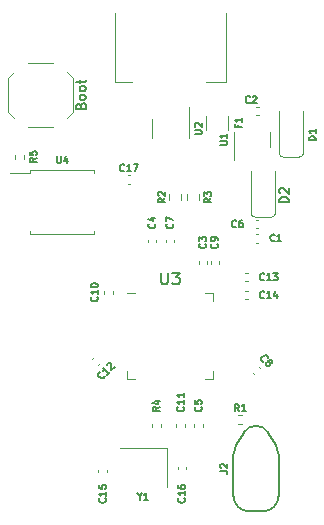
<source format=gto>
G04 #@! TF.GenerationSoftware,KiCad,Pcbnew,(6.0.7)*
G04 #@! TF.CreationDate,2023-01-25T00:46:19-06:00*
G04 #@! TF.ProjectId,OpenRectangle,4f70656e-5265-4637-9461-6e676c652e6b,rev?*
G04 #@! TF.SameCoordinates,Original*
G04 #@! TF.FileFunction,Legend,Top*
G04 #@! TF.FilePolarity,Positive*
%FSLAX46Y46*%
G04 Gerber Fmt 4.6, Leading zero omitted, Abs format (unit mm)*
G04 Created by KiCad (PCBNEW (6.0.7)) date 2023-01-25 00:46:19*
%MOMM*%
%LPD*%
G01*
G04 APERTURE LIST*
%ADD10C,0.150000*%
%ADD11C,0.120000*%
%ADD12C,0.200000*%
G04 APERTURE END LIST*
D10*
G04 #@! TO.C,SW41*
X191022857Y-35385238D02*
X191060952Y-35270952D01*
X191099047Y-35232857D01*
X191175238Y-35194761D01*
X191289523Y-35194761D01*
X191365714Y-35232857D01*
X191403809Y-35270952D01*
X191441904Y-35347142D01*
X191441904Y-35651904D01*
X190641904Y-35651904D01*
X190641904Y-35385238D01*
X190680000Y-35309047D01*
X190718095Y-35270952D01*
X190794285Y-35232857D01*
X190870476Y-35232857D01*
X190946666Y-35270952D01*
X190984761Y-35309047D01*
X191022857Y-35385238D01*
X191022857Y-35651904D01*
X191441904Y-34737619D02*
X191403809Y-34813809D01*
X191365714Y-34851904D01*
X191289523Y-34890000D01*
X191060952Y-34890000D01*
X190984761Y-34851904D01*
X190946666Y-34813809D01*
X190908571Y-34737619D01*
X190908571Y-34623333D01*
X190946666Y-34547142D01*
X190984761Y-34509047D01*
X191060952Y-34470952D01*
X191289523Y-34470952D01*
X191365714Y-34509047D01*
X191403809Y-34547142D01*
X191441904Y-34623333D01*
X191441904Y-34737619D01*
X191441904Y-34013809D02*
X191403809Y-34090000D01*
X191365714Y-34128095D01*
X191289523Y-34166190D01*
X191060952Y-34166190D01*
X190984761Y-34128095D01*
X190946666Y-34090000D01*
X190908571Y-34013809D01*
X190908571Y-33899523D01*
X190946666Y-33823333D01*
X190984761Y-33785238D01*
X191060952Y-33747142D01*
X191289523Y-33747142D01*
X191365714Y-33785238D01*
X191403809Y-33823333D01*
X191441904Y-33899523D01*
X191441904Y-34013809D01*
X190908571Y-33518571D02*
X190908571Y-33213809D01*
X190641904Y-33404285D02*
X191327619Y-33404285D01*
X191403809Y-33366190D01*
X191441904Y-33290000D01*
X191441904Y-33213809D01*
G04 #@! TO.C,C10*
X192399035Y-51581732D02*
X192427607Y-51610303D01*
X192456178Y-51696018D01*
X192456178Y-51753160D01*
X192427607Y-51838875D01*
X192370464Y-51896018D01*
X192313321Y-51924589D01*
X192199035Y-51953160D01*
X192113321Y-51953160D01*
X191999035Y-51924589D01*
X191941892Y-51896018D01*
X191884750Y-51838875D01*
X191856178Y-51753160D01*
X191856178Y-51696018D01*
X191884750Y-51610303D01*
X191913321Y-51581732D01*
X192456178Y-51010303D02*
X192456178Y-51353160D01*
X192456178Y-51181732D02*
X191856178Y-51181732D01*
X191941892Y-51238875D01*
X191999035Y-51296018D01*
X192027607Y-51353160D01*
X191856178Y-50638875D02*
X191856178Y-50581732D01*
X191884750Y-50524589D01*
X191913321Y-50496018D01*
X191970464Y-50467446D01*
X192084750Y-50438875D01*
X192227607Y-50438875D01*
X192341892Y-50467446D01*
X192399035Y-50496018D01*
X192427607Y-50524589D01*
X192456178Y-50581732D01*
X192456178Y-50638875D01*
X192427607Y-50696018D01*
X192399035Y-50724589D01*
X192341892Y-50753160D01*
X192227607Y-50781732D01*
X192084750Y-50781732D01*
X191970464Y-50753160D01*
X191913321Y-50724589D01*
X191884750Y-50696018D01*
X191856178Y-50638875D01*
G04 #@! TO.C,U1*
X202781428Y-38737142D02*
X203267142Y-38737142D01*
X203324285Y-38708571D01*
X203352857Y-38680000D01*
X203381428Y-38622857D01*
X203381428Y-38508571D01*
X203352857Y-38451428D01*
X203324285Y-38422857D01*
X203267142Y-38394285D01*
X202781428Y-38394285D01*
X203381428Y-37794285D02*
X203381428Y-38137142D01*
X203381428Y-37965714D02*
X202781428Y-37965714D01*
X202867142Y-38022857D01*
X202924285Y-38080000D01*
X202952857Y-38137142D01*
G04 #@! TO.C,C2*
X205340000Y-35114285D02*
X205311428Y-35142857D01*
X205225714Y-35171428D01*
X205168571Y-35171428D01*
X205082857Y-35142857D01*
X205025714Y-35085714D01*
X204997142Y-35028571D01*
X204968571Y-34914285D01*
X204968571Y-34828571D01*
X204997142Y-34714285D01*
X205025714Y-34657142D01*
X205082857Y-34600000D01*
X205168571Y-34571428D01*
X205225714Y-34571428D01*
X205311428Y-34600000D01*
X205340000Y-34628571D01*
X205568571Y-34628571D02*
X205597142Y-34600000D01*
X205654285Y-34571428D01*
X205797142Y-34571428D01*
X205854285Y-34600000D01*
X205882857Y-34628571D01*
X205911428Y-34685714D01*
X205911428Y-34742857D01*
X205882857Y-34828571D01*
X205540000Y-35171428D01*
X205911428Y-35171428D01*
G04 #@! TO.C,C8*
X206484010Y-57076461D02*
X206443604Y-57076461D01*
X206362792Y-57036055D01*
X206322386Y-56995648D01*
X206281979Y-56914836D01*
X206281979Y-56834024D01*
X206302182Y-56773415D01*
X206362792Y-56672400D01*
X206423401Y-56611791D01*
X206524416Y-56551181D01*
X206585025Y-56530978D01*
X206665837Y-56530978D01*
X206746650Y-56571384D01*
X206787056Y-56611791D01*
X206827462Y-56692603D01*
X206827462Y-56733009D01*
X206928477Y-57116867D02*
X206908274Y-57056258D01*
X206908274Y-57015852D01*
X206928477Y-56955242D01*
X206948680Y-56935039D01*
X207009289Y-56914836D01*
X207049695Y-56914836D01*
X207110305Y-56935039D01*
X207191117Y-57015852D01*
X207211320Y-57076461D01*
X207211320Y-57116867D01*
X207191117Y-57177476D01*
X207170914Y-57197679D01*
X207110305Y-57217882D01*
X207069898Y-57217882D01*
X207009289Y-57197679D01*
X206928477Y-57116867D01*
X206867868Y-57096664D01*
X206827462Y-57096664D01*
X206766853Y-57116867D01*
X206686040Y-57197679D01*
X206665837Y-57258288D01*
X206665837Y-57298694D01*
X206686040Y-57359303D01*
X206766853Y-57440116D01*
X206827462Y-57460319D01*
X206867868Y-57460319D01*
X206928477Y-57440116D01*
X207009289Y-57359303D01*
X207029492Y-57298694D01*
X207029492Y-57258288D01*
X207009289Y-57197679D01*
G04 #@! TO.C,Y1*
X196008285Y-68474964D02*
X196008285Y-68760678D01*
X195808285Y-68160678D02*
X196008285Y-68474964D01*
X196208285Y-68160678D01*
X196722571Y-68760678D02*
X196379714Y-68760678D01*
X196551142Y-68760678D02*
X196551142Y-68160678D01*
X196494000Y-68246392D01*
X196436857Y-68303535D01*
X196379714Y-68332107D01*
G04 #@! TO.C,C12*
X193027775Y-58282526D02*
X193027775Y-58322932D01*
X192987369Y-58403744D01*
X192946963Y-58444150D01*
X192866151Y-58484556D01*
X192785339Y-58484556D01*
X192724729Y-58464353D01*
X192623714Y-58403744D01*
X192563105Y-58343135D01*
X192502496Y-58242119D01*
X192482293Y-58181510D01*
X192482293Y-58100698D01*
X192522699Y-58019886D01*
X192563105Y-57979480D01*
X192643917Y-57939074D01*
X192684323Y-57939074D01*
X193472242Y-57918871D02*
X193229806Y-58161307D01*
X193351024Y-58040089D02*
X192926760Y-57615825D01*
X192946963Y-57716840D01*
X192946963Y-57797652D01*
X192926760Y-57858262D01*
X193250009Y-57373388D02*
X193250009Y-57332982D01*
X193270212Y-57272373D01*
X193371227Y-57171358D01*
X193431836Y-57151155D01*
X193472242Y-57151155D01*
X193532851Y-57171358D01*
X193573258Y-57211764D01*
X193613664Y-57292576D01*
X193613664Y-57777449D01*
X193876303Y-57514810D01*
G04 #@! TO.C,C16*
X199774285Y-68625714D02*
X199802857Y-68654285D01*
X199831428Y-68740000D01*
X199831428Y-68797142D01*
X199802857Y-68882857D01*
X199745714Y-68940000D01*
X199688571Y-68968571D01*
X199574285Y-68997142D01*
X199488571Y-68997142D01*
X199374285Y-68968571D01*
X199317142Y-68940000D01*
X199260000Y-68882857D01*
X199231428Y-68797142D01*
X199231428Y-68740000D01*
X199260000Y-68654285D01*
X199288571Y-68625714D01*
X199831428Y-68054285D02*
X199831428Y-68397142D01*
X199831428Y-68225714D02*
X199231428Y-68225714D01*
X199317142Y-68282857D01*
X199374285Y-68340000D01*
X199402857Y-68397142D01*
X199231428Y-67540000D02*
X199231428Y-67654285D01*
X199260000Y-67711428D01*
X199288571Y-67740000D01*
X199374285Y-67797142D01*
X199488571Y-67825714D01*
X199717142Y-67825714D01*
X199774285Y-67797142D01*
X199802857Y-67768571D01*
X199831428Y-67711428D01*
X199831428Y-67597142D01*
X199802857Y-67540000D01*
X199774285Y-67511428D01*
X199717142Y-67482857D01*
X199574285Y-67482857D01*
X199517142Y-67511428D01*
X199488571Y-67540000D01*
X199460000Y-67597142D01*
X199460000Y-67711428D01*
X199488571Y-67768571D01*
X199517142Y-67797142D01*
X199574285Y-67825714D01*
G04 #@! TO.C,F1*
X204327142Y-37040000D02*
X204327142Y-37240000D01*
X204641428Y-37240000D02*
X204041428Y-37240000D01*
X204041428Y-36954285D01*
X204641428Y-36411428D02*
X204641428Y-36754285D01*
X204641428Y-36582857D02*
X204041428Y-36582857D01*
X204127142Y-36640000D01*
X204184285Y-36697142D01*
X204212857Y-36754285D01*
G04 #@! TO.C,D1*
X210901428Y-38322857D02*
X210301428Y-38322857D01*
X210301428Y-38180000D01*
X210330000Y-38094285D01*
X210387142Y-38037142D01*
X210444285Y-38008571D01*
X210558571Y-37980000D01*
X210644285Y-37980000D01*
X210758571Y-38008571D01*
X210815714Y-38037142D01*
X210872857Y-38094285D01*
X210901428Y-38180000D01*
X210901428Y-38322857D01*
X210901428Y-37408571D02*
X210901428Y-37751428D01*
X210901428Y-37580000D02*
X210301428Y-37580000D01*
X210387142Y-37637142D01*
X210444285Y-37694285D01*
X210472857Y-37751428D01*
G04 #@! TO.C,C6*
X204190000Y-45639285D02*
X204161428Y-45667857D01*
X204075714Y-45696428D01*
X204018571Y-45696428D01*
X203932857Y-45667857D01*
X203875714Y-45610714D01*
X203847142Y-45553571D01*
X203818571Y-45439285D01*
X203818571Y-45353571D01*
X203847142Y-45239285D01*
X203875714Y-45182142D01*
X203932857Y-45125000D01*
X204018571Y-45096428D01*
X204075714Y-45096428D01*
X204161428Y-45125000D01*
X204190000Y-45153571D01*
X204704285Y-45096428D02*
X204590000Y-45096428D01*
X204532857Y-45125000D01*
X204504285Y-45153571D01*
X204447142Y-45239285D01*
X204418571Y-45353571D01*
X204418571Y-45582142D01*
X204447142Y-45639285D01*
X204475714Y-45667857D01*
X204532857Y-45696428D01*
X204647142Y-45696428D01*
X204704285Y-45667857D01*
X204732857Y-45639285D01*
X204761428Y-45582142D01*
X204761428Y-45439285D01*
X204732857Y-45382142D01*
X204704285Y-45353571D01*
X204647142Y-45325000D01*
X204532857Y-45325000D01*
X204475714Y-45353571D01*
X204447142Y-45382142D01*
X204418571Y-45439285D01*
G04 #@! TO.C,C1*
X207430000Y-46839285D02*
X207401428Y-46867857D01*
X207315714Y-46896428D01*
X207258571Y-46896428D01*
X207172857Y-46867857D01*
X207115714Y-46810714D01*
X207087142Y-46753571D01*
X207058571Y-46639285D01*
X207058571Y-46553571D01*
X207087142Y-46439285D01*
X207115714Y-46382142D01*
X207172857Y-46325000D01*
X207258571Y-46296428D01*
X207315714Y-46296428D01*
X207401428Y-46325000D01*
X207430000Y-46353571D01*
X208001428Y-46896428D02*
X207658571Y-46896428D01*
X207830000Y-46896428D02*
X207830000Y-46296428D01*
X207772857Y-46382142D01*
X207715714Y-46439285D01*
X207658571Y-46467857D01*
G04 #@! TO.C,C3*
X201564285Y-47080000D02*
X201592857Y-47108571D01*
X201621428Y-47194285D01*
X201621428Y-47251428D01*
X201592857Y-47337142D01*
X201535714Y-47394285D01*
X201478571Y-47422857D01*
X201364285Y-47451428D01*
X201278571Y-47451428D01*
X201164285Y-47422857D01*
X201107142Y-47394285D01*
X201050000Y-47337142D01*
X201021428Y-47251428D01*
X201021428Y-47194285D01*
X201050000Y-47108571D01*
X201078571Y-47080000D01*
X201021428Y-46880000D02*
X201021428Y-46508571D01*
X201250000Y-46708571D01*
X201250000Y-46622857D01*
X201278571Y-46565714D01*
X201307142Y-46537142D01*
X201364285Y-46508571D01*
X201507142Y-46508571D01*
X201564285Y-46537142D01*
X201592857Y-46565714D01*
X201621428Y-46622857D01*
X201621428Y-46794285D01*
X201592857Y-46851428D01*
X201564285Y-46880000D01*
G04 #@! TO.C,R4*
X197711428Y-60900000D02*
X197425714Y-61100000D01*
X197711428Y-61242857D02*
X197111428Y-61242857D01*
X197111428Y-61014285D01*
X197140000Y-60957142D01*
X197168571Y-60928571D01*
X197225714Y-60900000D01*
X197311428Y-60900000D01*
X197368571Y-60928571D01*
X197397142Y-60957142D01*
X197425714Y-61014285D01*
X197425714Y-61242857D01*
X197311428Y-60385714D02*
X197711428Y-60385714D01*
X197082857Y-60528571D02*
X197511428Y-60671428D01*
X197511428Y-60300000D01*
G04 #@! TO.C,C5*
X201194285Y-60900000D02*
X201222857Y-60928571D01*
X201251428Y-61014285D01*
X201251428Y-61071428D01*
X201222857Y-61157142D01*
X201165714Y-61214285D01*
X201108571Y-61242857D01*
X200994285Y-61271428D01*
X200908571Y-61271428D01*
X200794285Y-61242857D01*
X200737142Y-61214285D01*
X200680000Y-61157142D01*
X200651428Y-61071428D01*
X200651428Y-61014285D01*
X200680000Y-60928571D01*
X200708571Y-60900000D01*
X200651428Y-60357142D02*
X200651428Y-60642857D01*
X200937142Y-60671428D01*
X200908571Y-60642857D01*
X200880000Y-60585714D01*
X200880000Y-60442857D01*
X200908571Y-60385714D01*
X200937142Y-60357142D01*
X200994285Y-60328571D01*
X201137142Y-60328571D01*
X201194285Y-60357142D01*
X201222857Y-60385714D01*
X201251428Y-60442857D01*
X201251428Y-60585714D01*
X201222857Y-60642857D01*
X201194285Y-60671428D01*
G04 #@! TO.C,C13*
X206554285Y-50134285D02*
X206525714Y-50162857D01*
X206440000Y-50191428D01*
X206382857Y-50191428D01*
X206297142Y-50162857D01*
X206240000Y-50105714D01*
X206211428Y-50048571D01*
X206182857Y-49934285D01*
X206182857Y-49848571D01*
X206211428Y-49734285D01*
X206240000Y-49677142D01*
X206297142Y-49620000D01*
X206382857Y-49591428D01*
X206440000Y-49591428D01*
X206525714Y-49620000D01*
X206554285Y-49648571D01*
X207125714Y-50191428D02*
X206782857Y-50191428D01*
X206954285Y-50191428D02*
X206954285Y-49591428D01*
X206897142Y-49677142D01*
X206840000Y-49734285D01*
X206782857Y-49762857D01*
X207325714Y-49591428D02*
X207697142Y-49591428D01*
X207497142Y-49820000D01*
X207582857Y-49820000D01*
X207640000Y-49848571D01*
X207668571Y-49877142D01*
X207697142Y-49934285D01*
X207697142Y-50077142D01*
X207668571Y-50134285D01*
X207640000Y-50162857D01*
X207582857Y-50191428D01*
X207411428Y-50191428D01*
X207354285Y-50162857D01*
X207325714Y-50134285D01*
G04 #@! TO.C,C9*
X202564285Y-47080000D02*
X202592857Y-47108571D01*
X202621428Y-47194285D01*
X202621428Y-47251428D01*
X202592857Y-47337142D01*
X202535714Y-47394285D01*
X202478571Y-47422857D01*
X202364285Y-47451428D01*
X202278571Y-47451428D01*
X202164285Y-47422857D01*
X202107142Y-47394285D01*
X202050000Y-47337142D01*
X202021428Y-47251428D01*
X202021428Y-47194285D01*
X202050000Y-47108571D01*
X202078571Y-47080000D01*
X202621428Y-46794285D02*
X202621428Y-46680000D01*
X202592857Y-46622857D01*
X202564285Y-46594285D01*
X202478571Y-46537142D01*
X202364285Y-46508571D01*
X202135714Y-46508571D01*
X202078571Y-46537142D01*
X202050000Y-46565714D01*
X202021428Y-46622857D01*
X202021428Y-46737142D01*
X202050000Y-46794285D01*
X202078571Y-46822857D01*
X202135714Y-46851428D01*
X202278571Y-46851428D01*
X202335714Y-46822857D01*
X202364285Y-46794285D01*
X202392857Y-46737142D01*
X202392857Y-46622857D01*
X202364285Y-46565714D01*
X202335714Y-46537142D01*
X202278571Y-46508571D01*
G04 #@! TO.C,C17*
X194714285Y-40894285D02*
X194685714Y-40922857D01*
X194600000Y-40951428D01*
X194542857Y-40951428D01*
X194457142Y-40922857D01*
X194400000Y-40865714D01*
X194371428Y-40808571D01*
X194342857Y-40694285D01*
X194342857Y-40608571D01*
X194371428Y-40494285D01*
X194400000Y-40437142D01*
X194457142Y-40380000D01*
X194542857Y-40351428D01*
X194600000Y-40351428D01*
X194685714Y-40380000D01*
X194714285Y-40408571D01*
X195285714Y-40951428D02*
X194942857Y-40951428D01*
X195114285Y-40951428D02*
X195114285Y-40351428D01*
X195057142Y-40437142D01*
X195000000Y-40494285D01*
X194942857Y-40522857D01*
X195485714Y-40351428D02*
X195885714Y-40351428D01*
X195628571Y-40951428D01*
G04 #@! TO.C,C15*
X193084285Y-68635714D02*
X193112857Y-68664285D01*
X193141428Y-68750000D01*
X193141428Y-68807142D01*
X193112857Y-68892857D01*
X193055714Y-68950000D01*
X192998571Y-68978571D01*
X192884285Y-69007142D01*
X192798571Y-69007142D01*
X192684285Y-68978571D01*
X192627142Y-68950000D01*
X192570000Y-68892857D01*
X192541428Y-68807142D01*
X192541428Y-68750000D01*
X192570000Y-68664285D01*
X192598571Y-68635714D01*
X193141428Y-68064285D02*
X193141428Y-68407142D01*
X193141428Y-68235714D02*
X192541428Y-68235714D01*
X192627142Y-68292857D01*
X192684285Y-68350000D01*
X192712857Y-68407142D01*
X192541428Y-67521428D02*
X192541428Y-67807142D01*
X192827142Y-67835714D01*
X192798571Y-67807142D01*
X192770000Y-67750000D01*
X192770000Y-67607142D01*
X192798571Y-67550000D01*
X192827142Y-67521428D01*
X192884285Y-67492857D01*
X193027142Y-67492857D01*
X193084285Y-67521428D01*
X193112857Y-67550000D01*
X193141428Y-67607142D01*
X193141428Y-67750000D01*
X193112857Y-67807142D01*
X193084285Y-67835714D01*
G04 #@! TO.C,R3*
X202041428Y-43240000D02*
X201755714Y-43440000D01*
X202041428Y-43582857D02*
X201441428Y-43582857D01*
X201441428Y-43354285D01*
X201470000Y-43297142D01*
X201498571Y-43268571D01*
X201555714Y-43240000D01*
X201641428Y-43240000D01*
X201698571Y-43268571D01*
X201727142Y-43297142D01*
X201755714Y-43354285D01*
X201755714Y-43582857D01*
X201441428Y-43040000D02*
X201441428Y-42668571D01*
X201670000Y-42868571D01*
X201670000Y-42782857D01*
X201698571Y-42725714D01*
X201727142Y-42697142D01*
X201784285Y-42668571D01*
X201927142Y-42668571D01*
X201984285Y-42697142D01*
X202012857Y-42725714D01*
X202041428Y-42782857D01*
X202041428Y-42954285D01*
X202012857Y-43011428D01*
X201984285Y-43040000D01*
G04 #@! TO.C,R5*
X187291428Y-39820000D02*
X187005714Y-40020000D01*
X187291428Y-40162857D02*
X186691428Y-40162857D01*
X186691428Y-39934285D01*
X186720000Y-39877142D01*
X186748571Y-39848571D01*
X186805714Y-39820000D01*
X186891428Y-39820000D01*
X186948571Y-39848571D01*
X186977142Y-39877142D01*
X187005714Y-39934285D01*
X187005714Y-40162857D01*
X186691428Y-39277142D02*
X186691428Y-39562857D01*
X186977142Y-39591428D01*
X186948571Y-39562857D01*
X186920000Y-39505714D01*
X186920000Y-39362857D01*
X186948571Y-39305714D01*
X186977142Y-39277142D01*
X187034285Y-39248571D01*
X187177142Y-39248571D01*
X187234285Y-39277142D01*
X187262857Y-39305714D01*
X187291428Y-39362857D01*
X187291428Y-39505714D01*
X187262857Y-39562857D01*
X187234285Y-39591428D01*
G04 #@! TO.C,R2*
X198141428Y-43240000D02*
X197855714Y-43440000D01*
X198141428Y-43582857D02*
X197541428Y-43582857D01*
X197541428Y-43354285D01*
X197570000Y-43297142D01*
X197598571Y-43268571D01*
X197655714Y-43240000D01*
X197741428Y-43240000D01*
X197798571Y-43268571D01*
X197827142Y-43297142D01*
X197855714Y-43354285D01*
X197855714Y-43582857D01*
X197598571Y-43011428D02*
X197570000Y-42982857D01*
X197541428Y-42925714D01*
X197541428Y-42782857D01*
X197570000Y-42725714D01*
X197598571Y-42697142D01*
X197655714Y-42668571D01*
X197712857Y-42668571D01*
X197798571Y-42697142D01*
X198141428Y-43040000D01*
X198141428Y-42668571D01*
G04 #@! TO.C,C7*
X198794285Y-45400000D02*
X198822857Y-45428571D01*
X198851428Y-45514285D01*
X198851428Y-45571428D01*
X198822857Y-45657142D01*
X198765714Y-45714285D01*
X198708571Y-45742857D01*
X198594285Y-45771428D01*
X198508571Y-45771428D01*
X198394285Y-45742857D01*
X198337142Y-45714285D01*
X198280000Y-45657142D01*
X198251428Y-45571428D01*
X198251428Y-45514285D01*
X198280000Y-45428571D01*
X198308571Y-45400000D01*
X198251428Y-45200000D02*
X198251428Y-44800000D01*
X198851428Y-45057142D01*
G04 #@! TO.C,J2*
X202821428Y-66320000D02*
X203250000Y-66320000D01*
X203335714Y-66348571D01*
X203392857Y-66405714D01*
X203421428Y-66491428D01*
X203421428Y-66548571D01*
X202878571Y-66062857D02*
X202850000Y-66034285D01*
X202821428Y-65977142D01*
X202821428Y-65834285D01*
X202850000Y-65777142D01*
X202878571Y-65748571D01*
X202935714Y-65720000D01*
X202992857Y-65720000D01*
X203078571Y-65748571D01*
X203421428Y-66091428D01*
X203421428Y-65720000D01*
G04 #@! TO.C,D2*
X208611904Y-43570476D02*
X207811904Y-43570476D01*
X207811904Y-43380000D01*
X207850000Y-43265714D01*
X207926190Y-43189523D01*
X208002380Y-43151428D01*
X208154761Y-43113333D01*
X208269047Y-43113333D01*
X208421428Y-43151428D01*
X208497619Y-43189523D01*
X208573809Y-43265714D01*
X208611904Y-43380000D01*
X208611904Y-43570476D01*
X207888095Y-42808571D02*
X207850000Y-42770476D01*
X207811904Y-42694285D01*
X207811904Y-42503809D01*
X207850000Y-42427619D01*
X207888095Y-42389523D01*
X207964285Y-42351428D01*
X208040476Y-42351428D01*
X208154761Y-42389523D01*
X208611904Y-42846666D01*
X208611904Y-42351428D01*
G04 #@! TO.C,C11*
X199694285Y-60900000D02*
X199722857Y-60928571D01*
X199751428Y-61014286D01*
X199751428Y-61071428D01*
X199722857Y-61157143D01*
X199665714Y-61214286D01*
X199608571Y-61242857D01*
X199494285Y-61271428D01*
X199408571Y-61271428D01*
X199294285Y-61242857D01*
X199237142Y-61214286D01*
X199180000Y-61157143D01*
X199151428Y-61071428D01*
X199151428Y-61014286D01*
X199180000Y-60928571D01*
X199208571Y-60900000D01*
X199751428Y-60328571D02*
X199751428Y-60671428D01*
X199751428Y-60500000D02*
X199151428Y-60500000D01*
X199237142Y-60557143D01*
X199294285Y-60614286D01*
X199322857Y-60671428D01*
X199751428Y-59757143D02*
X199751428Y-60100000D01*
X199751428Y-59928571D02*
X199151428Y-59928571D01*
X199237142Y-59985714D01*
X199294285Y-60042857D01*
X199322857Y-60100000D01*
G04 #@! TO.C,U3*
X197818095Y-49527380D02*
X197818095Y-50336904D01*
X197865714Y-50432142D01*
X197913333Y-50479761D01*
X198008571Y-50527380D01*
X198199047Y-50527380D01*
X198294285Y-50479761D01*
X198341904Y-50432142D01*
X198389523Y-50336904D01*
X198389523Y-49527380D01*
X198770476Y-49527380D02*
X199389523Y-49527380D01*
X199056190Y-49908333D01*
X199199047Y-49908333D01*
X199294285Y-49955952D01*
X199341904Y-50003571D01*
X199389523Y-50098809D01*
X199389523Y-50336904D01*
X199341904Y-50432142D01*
X199294285Y-50479761D01*
X199199047Y-50527380D01*
X198913333Y-50527380D01*
X198818095Y-50479761D01*
X198770476Y-50432142D01*
G04 #@! TO.C,C4*
X197274285Y-45390000D02*
X197302857Y-45418571D01*
X197331428Y-45504285D01*
X197331428Y-45561428D01*
X197302857Y-45647142D01*
X197245714Y-45704285D01*
X197188571Y-45732857D01*
X197074285Y-45761428D01*
X196988571Y-45761428D01*
X196874285Y-45732857D01*
X196817142Y-45704285D01*
X196760000Y-45647142D01*
X196731428Y-45561428D01*
X196731428Y-45504285D01*
X196760000Y-45418571D01*
X196788571Y-45390000D01*
X196931428Y-44875714D02*
X197331428Y-44875714D01*
X196702857Y-45018571D02*
X197131428Y-45161428D01*
X197131428Y-44790000D01*
G04 #@! TO.C,R1*
X204400000Y-61271428D02*
X204200000Y-60985714D01*
X204057142Y-61271428D02*
X204057142Y-60671428D01*
X204285714Y-60671428D01*
X204342857Y-60700000D01*
X204371428Y-60728571D01*
X204400000Y-60785714D01*
X204400000Y-60871428D01*
X204371428Y-60928571D01*
X204342857Y-60957142D01*
X204285714Y-60985714D01*
X204057142Y-60985714D01*
X204971428Y-61271428D02*
X204628571Y-61271428D01*
X204800000Y-61271428D02*
X204800000Y-60671428D01*
X204742857Y-60757142D01*
X204685714Y-60814285D01*
X204628571Y-60842857D01*
G04 #@! TO.C,U2*
X200651428Y-37807142D02*
X201137142Y-37807142D01*
X201194285Y-37778571D01*
X201222857Y-37750000D01*
X201251428Y-37692857D01*
X201251428Y-37578571D01*
X201222857Y-37521428D01*
X201194285Y-37492857D01*
X201137142Y-37464285D01*
X200651428Y-37464285D01*
X200708571Y-37207142D02*
X200680000Y-37178571D01*
X200651428Y-37121428D01*
X200651428Y-36978571D01*
X200680000Y-36921428D01*
X200708571Y-36892857D01*
X200765714Y-36864285D01*
X200822857Y-36864285D01*
X200908571Y-36892857D01*
X201251428Y-37235714D01*
X201251428Y-36864285D01*
G04 #@! TO.C,C14*
X206554285Y-51644285D02*
X206525714Y-51672857D01*
X206440000Y-51701428D01*
X206382857Y-51701428D01*
X206297142Y-51672857D01*
X206240000Y-51615714D01*
X206211428Y-51558571D01*
X206182857Y-51444285D01*
X206182857Y-51358571D01*
X206211428Y-51244285D01*
X206240000Y-51187142D01*
X206297142Y-51130000D01*
X206382857Y-51101428D01*
X206440000Y-51101428D01*
X206525714Y-51130000D01*
X206554285Y-51158571D01*
X207125714Y-51701428D02*
X206782857Y-51701428D01*
X206954285Y-51701428D02*
X206954285Y-51101428D01*
X206897142Y-51187142D01*
X206840000Y-51244285D01*
X206782857Y-51272857D01*
X207640000Y-51301428D02*
X207640000Y-51701428D01*
X207497142Y-51072857D02*
X207354285Y-51501428D01*
X207725714Y-51501428D01*
G04 #@! TO.C,U4*
X188992857Y-39661428D02*
X188992857Y-40147142D01*
X189021428Y-40204285D01*
X189050000Y-40232857D01*
X189107142Y-40261428D01*
X189221428Y-40261428D01*
X189278571Y-40232857D01*
X189307142Y-40204285D01*
X189335714Y-40147142D01*
X189335714Y-39661428D01*
X189878571Y-39861428D02*
X189878571Y-40261428D01*
X189735714Y-39632857D02*
X189592857Y-40061428D01*
X189964285Y-40061428D01*
D11*
G04 #@! TO.C,SW41*
X184890000Y-33050000D02*
X185380000Y-32560000D01*
X184890000Y-33050000D02*
X184890000Y-35950000D01*
X190330000Y-35950000D02*
X189840000Y-36440000D01*
X186570000Y-31780000D02*
X188650000Y-31780000D01*
X190330000Y-33050000D02*
X189840000Y-32560000D01*
X186570000Y-37220000D02*
X188650000Y-37220000D01*
X184890000Y-35950000D02*
X185380000Y-36440000D01*
X190330000Y-33050000D02*
X190330000Y-35950000D01*
G04 #@! TO.C,C10*
X192984750Y-51303854D02*
X192984750Y-51088182D01*
X193704750Y-51303854D02*
X193704750Y-51088182D01*
G04 #@! TO.C,U1*
X203950000Y-38280000D02*
X203950000Y-39955000D01*
X207070000Y-38280000D02*
X207070000Y-38930000D01*
X203950000Y-38280000D02*
X203950000Y-37630000D01*
X207070000Y-38280000D02*
X207070000Y-37630000D01*
G04 #@! TO.C,C2*
X206107836Y-36190000D02*
X205892164Y-36190000D01*
X206107836Y-35470000D02*
X205892164Y-35470000D01*
G04 #@! TO.C,C8*
X205555190Y-57994200D02*
X205707693Y-58146703D01*
X206064307Y-57485083D02*
X206216810Y-57637586D01*
G04 #@! TO.C,Y1*
X198294000Y-64389250D02*
X194294000Y-64389250D01*
X198294000Y-67689250D02*
X198294000Y-64389250D01*
G04 #@! TO.C,C12*
X192659560Y-57216325D02*
X192507057Y-57368828D01*
X192150443Y-56707208D02*
X191997940Y-56859711D01*
G04 #@! TO.C,C16*
X199207750Y-66162854D02*
X199207750Y-65947182D01*
X199927750Y-66162854D02*
X199927750Y-65947182D01*
G04 #@! TO.C,F1*
X201640000Y-36237936D02*
X201640000Y-37442064D01*
X203460000Y-36237936D02*
X203460000Y-37442064D01*
G04 #@! TO.C,D1*
X208130000Y-39730000D02*
X209530000Y-39730000D01*
X209830000Y-39480000D02*
X209830000Y-35830000D01*
X207830000Y-39480000D02*
X207830000Y-35830000D01*
X207830000Y-39480000D02*
G75*
G03*
X208130000Y-39730000I289561J42473D01*
G01*
X209530000Y-39730001D02*
G75*
G03*
X209830000Y-39480000I10462J292446D01*
G01*
G04 #@! TO.C,C6*
X206027836Y-45785000D02*
X205812164Y-45785000D01*
X206027836Y-45065000D02*
X205812164Y-45065000D01*
G04 #@! TO.C,C1*
X205812164Y-46985000D02*
X206027836Y-46985000D01*
X205812164Y-46265000D02*
X206027836Y-46265000D01*
G04 #@! TO.C,C3*
X201705750Y-48763854D02*
X201705750Y-48548182D01*
X200985750Y-48763854D02*
X200985750Y-48548182D01*
G04 #@! TO.C,R4*
X197057000Y-62636891D02*
X197057000Y-62329609D01*
X197817000Y-62636891D02*
X197817000Y-62329609D01*
G04 #@! TO.C,C5*
X201353000Y-62375414D02*
X201353000Y-62591086D01*
X200633000Y-62375414D02*
X200633000Y-62591086D01*
G04 #@! TO.C,C13*
X204949164Y-50270250D02*
X205164836Y-50270250D01*
X204949164Y-49550250D02*
X205164836Y-49550250D01*
G04 #@! TO.C,C9*
X202001750Y-48763854D02*
X202001750Y-48548182D01*
X202721750Y-48763854D02*
X202721750Y-48548182D01*
G04 #@! TO.C,C17*
X194992164Y-42000000D02*
X195207836Y-42000000D01*
X194992164Y-41280000D02*
X195207836Y-41280000D01*
G04 #@! TO.C,C15*
X192505000Y-66201182D02*
X192505000Y-66416854D01*
X193225000Y-66201182D02*
X193225000Y-66416854D01*
G04 #@! TO.C,R3*
X201062500Y-42902742D02*
X201062500Y-43377258D01*
X200017500Y-42902742D02*
X200017500Y-43377258D01*
G04 #@! TO.C,R5*
X186230000Y-39566359D02*
X186230000Y-39873641D01*
X185470000Y-39566359D02*
X185470000Y-39873641D01*
G04 #@! TO.C,R2*
X199532500Y-42902742D02*
X199532500Y-43377258D01*
X198487500Y-42902742D02*
X198487500Y-43377258D01*
G04 #@! TO.C,C7*
X198940000Y-46970086D02*
X198940000Y-46754414D01*
X198220000Y-46970086D02*
X198220000Y-46754414D01*
D12*
G04 #@! TO.C,J2*
X204159822Y-64143268D02*
X204792797Y-63093123D01*
X207755500Y-64917608D02*
X207755500Y-68439500D01*
X206907203Y-63093123D02*
X207540178Y-64143268D01*
X206455499Y-69739500D02*
X205244501Y-69739500D01*
X205841951Y-62500500D02*
X205858049Y-62500500D01*
X203944500Y-68439500D02*
X203944500Y-64917608D01*
X206455499Y-69739500D02*
G75*
G03*
X207755500Y-68439501I1J1300000D01*
G01*
X203944500Y-68439500D02*
G75*
G03*
X205244502Y-69739500I1300000J0D01*
G01*
X206907203Y-63093123D02*
G75*
G03*
X205858049Y-62500500I-1049152J-632373D01*
G01*
X204159822Y-64143268D02*
G75*
G03*
X203944500Y-64917608I1284686J-774342D01*
G01*
X205841951Y-62500500D02*
G75*
G03*
X204792797Y-63093123I0J-1225000D01*
G01*
X207755500Y-64917608D02*
G75*
G03*
X207540178Y-64143268I-1500008J-2D01*
G01*
D11*
G04 #@! TO.C,D2*
X207450000Y-44580000D02*
X207450000Y-40930000D01*
X205450000Y-44580000D02*
X205450000Y-40930000D01*
X205750000Y-44830000D02*
X207150000Y-44830000D01*
X207150000Y-44830001D02*
G75*
G03*
X207450000Y-44580000I10462J292446D01*
G01*
X205450000Y-44580000D02*
G75*
G03*
X205750000Y-44830000I289561J42473D01*
G01*
G04 #@! TO.C,C11*
X199109000Y-62375414D02*
X199109000Y-62591086D01*
X199829000Y-62375414D02*
X199829000Y-62591086D01*
G04 #@! TO.C,U3*
X202190000Y-51285000D02*
X202190000Y-51935000D01*
X201540000Y-58505000D02*
X202190000Y-58505000D01*
X201540000Y-51285000D02*
X202190000Y-51285000D01*
X202190000Y-58505000D02*
X202190000Y-57855000D01*
X195620000Y-51285000D02*
X194970000Y-51285000D01*
X194970000Y-58505000D02*
X194970000Y-57855000D01*
X195620000Y-58505000D02*
X194970000Y-58505000D01*
G04 #@! TO.C,C4*
X196696000Y-46970086D02*
X196696000Y-46754414D01*
X197416000Y-46970086D02*
X197416000Y-46754414D01*
G04 #@! TO.C,R1*
X204653641Y-61550000D02*
X204346359Y-61550000D01*
X204653641Y-62310000D02*
X204346359Y-62310000D01*
G04 #@! TO.C,U2*
X197020000Y-37350000D02*
X197020000Y-38150000D01*
X200140000Y-37350000D02*
X200140000Y-38150000D01*
X200140000Y-37350000D02*
X200140000Y-35550000D01*
X197020000Y-37350000D02*
X197020000Y-36550000D01*
G04 #@! TO.C,C14*
X204949164Y-51074250D02*
X205164836Y-51074250D01*
X204949164Y-51794250D02*
X205164836Y-51794250D01*
G04 #@! TO.C,J1*
X203268500Y-33420000D02*
X201628500Y-33420000D01*
X195328500Y-33420000D02*
X193888500Y-33420000D01*
X193888500Y-33420000D02*
X193888500Y-27520000D01*
X203268500Y-33420000D02*
X203268500Y-27520000D01*
G04 #@! TO.C,U4*
X192175000Y-46275000D02*
X192175000Y-46015000D01*
X186725000Y-40825000D02*
X186725000Y-41085000D01*
X189450000Y-40825000D02*
X186725000Y-40825000D01*
X189450000Y-46275000D02*
X186725000Y-46275000D01*
X192175000Y-40825000D02*
X192175000Y-41085000D01*
X186725000Y-41085000D02*
X185050000Y-41085000D01*
X189450000Y-46275000D02*
X192175000Y-46275000D01*
X189450000Y-40825000D02*
X192175000Y-40825000D01*
X186725000Y-46275000D02*
X186725000Y-46015000D01*
G04 #@! TD*
M02*

</source>
